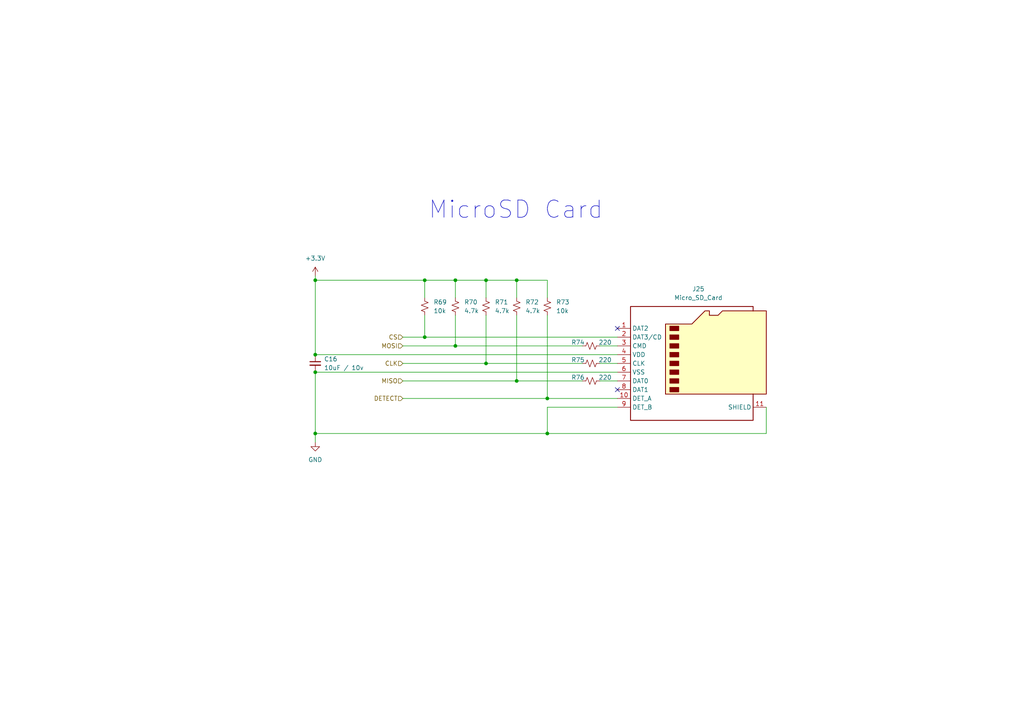
<source format=kicad_sch>
(kicad_sch (version 20250114) (generator "eeschema") (generator_version "9.0")
  (paper "A4")
  (lib_symbols
    (symbol "Connector:Micro_SD_Card_Det_Hirose_DM3AT"
      (property "Reference" "J" (at -16.51 17.78 0))
      (property "Value" "Micro_SD_Card_Det_Hirose_DM3AT" (at 16.51 17.78 0))
      (symbol "Micro_SD_Card_Det_Hirose_DM3AT_0_1"
        (polyline (pts (xy -8.89 -8.89) (xy -8.89 11.43) (xy -1.27 11.43) (xy 2.54 15.24) (xy 3.81 15.24) (xy 3.81 13.97) (xy 6.35 13.97) (xy 7.62 15.24) (xy 20.32 15.24) (xy 20.32 -8.89) (xy -8.89 -8.89)) (stroke (width 0.254)) (fill (type background)))
        (rectangle (start -7.62 10.795) (end -5.08 9.525) (stroke (width 0.254)) (fill (type outline)))
        (rectangle (start -7.62 8.255) (end -5.08 6.985) (stroke (width 0.254)) (fill (type outline)))
        (rectangle (start -7.62 5.715) (end -5.08 4.445) (stroke (width 0.254)) (fill (type outline)))
        (rectangle (start -7.62 3.175) (end -5.08 1.905) (stroke (width 0.254)) (fill (type outline)))
        (rectangle (start -7.62 0.635) (end -5.08 -0.635) (stroke (width 0.254)) (fill (type outline)))
        (rectangle (start -7.62 -1.905) (end -5.08 -3.175) (stroke (width 0.254)) (fill (type outline)))
        (rectangle (start -7.62 -4.445) (end -5.08 -5.715) (stroke (width 0.254)) (fill (type outline)))
        (rectangle (start -7.62 -6.985) (end -5.08 -8.255) (stroke (width 0.254)) (fill (type outline)))
        (polyline (pts (xy 16.51 15.24) (xy 16.51 16.51) (xy -19.05 16.51) (xy -19.05 -16.51) (xy 16.51 -16.51) (xy 16.51 -8.89)) (stroke (width 0.254)))
      )
      (symbol "Micro_SD_Card_Det_Hirose_DM3AT_1_1"
        (pin bidirectional line (at -22.86 10.16 0) (length 3.81) (name "DAT2") (number "1"))
        (pin bidirectional line (at -22.86 7.62 0) (length 3.81) (name "DAT3/CD") (number "2"))
        (pin input line (at -22.86 5.08 0) (length 3.81) (name "CMD") (number "3"))
        (pin power_in line (at -22.86 2.54 0) (length 3.81) (name "VDD") (number "4"))
        (pin input line (at -22.86 0 0) (length 3.81) (name "CLK") (number "5"))
        (pin power_in line (at -22.86 -2.54 0) (length 3.81) (name "VSS") (number "6"))
        (pin bidirectional line (at -22.86 -5.08 0) (length 3.81) (name "DAT0") (number "7"))
        (pin bidirectional line (at -22.86 -7.62 0) (length 3.81) (name "DAT1") (number "8"))
        (pin passive line (at -22.86 -10.16 0) (length 3.81) (name "DET_A") (number "10"))
        (pin passive line (at -22.86 -12.7 0) (length 3.81) (name "DET_B") (number "9"))
        (pin passive line (at 20.32 -12.7 180) (length 3.81) (name "SHIELD") (number "11"))
      )
    )
    (symbol "Device:C_Small" (pin_numbers (hide yes)) (pin_names (offset 0.254) (hide yes))
      (property "Reference" "C" (at 0.254 1.778 0))
      (property "Value" "C_Small" (at 0.254 -2.032 0))
      (symbol "C_Small_0_1"
        (polyline (pts (xy -1.524 0.508) (xy 1.524 0.508)) (stroke (width 0.3048)))
        (polyline (pts (xy -1.524 -0.508) (xy 1.524 -0.508)) (stroke (width 0.3302)))
      )
      (symbol "C_Small_1_1"
        (pin passive line (at 0 2.54 270) (length 2.032) (name "~") (number "1"))
        (pin passive line (at 0 -2.54 90) (length 2.032) (name "~") (number "2"))
      )
    )
    (symbol "Device:R_Small_US" (pin_numbers (hide yes)) (pin_names (offset 0.254) (hide yes))
      (property "Reference" "R" (at 0.762 0.508 0))
      (property "Value" "R_Small_US" (at 0.762 -1.016 0))
      (symbol "R_Small_US_1_1"
        (polyline (pts (xy 0 1.524) (xy 1.016 1.143) (xy 0 0.762) (xy -1.016 0.381) (xy 0 0)))
        (polyline (pts (xy 0 0) (xy 1.016 -0.381) (xy 0 -0.762) (xy -1.016 -1.143) (xy 0 -1.524)))
        (pin passive line (at 0 2.54 270) (length 1.016) (name "~") (number "1"))
        (pin passive line (at 0 -2.54 90) (length 1.016) (name "~") (number "2"))
      )
    )
    (symbol "power:+3.3V" (power) (pin_numbers (hide yes)) (pin_names (offset 0) (hide yes))
      (property "Value" "+3.3V" (at 0 3.556 0))
      (symbol "+3.3V_0_1"
        (polyline (pts (xy -0.762 1.27) (xy 0 2.54)))
        (polyline (pts (xy 0 2.54) (xy 0.762 1.27)))
        (polyline (pts (xy 0 0) (xy 0 2.54)))
      )
      (symbol "+3.3V_1_1"
        (pin power_in line (at 0 0 90) (length 0) (name "~") (number "1"))
      )
    )
    (symbol "power:GND" (power) (pin_numbers (hide yes)) (pin_names (offset 0) (hide yes))
      (property "Value" "GND" (at 0 -3.81 0))
      (symbol "GND_0_1"
        (polyline (pts (xy 0 0) (xy 0 -1.27) (xy 1.27 -1.27) (xy 0 -2.54) (xy -1.27 -1.27) (xy 0 -1.27)))
      )
      (symbol "GND_1_1"
        (pin power_in line (at 0 0 270) (length 0) (name "~") (number "1"))
      )
    )
  )
  (text "MicroSD Card" (at 149.606 60.96 0) (effects (font (size 5 5))))
  (junction (at 91.44 102.87))
  (junction (at 91.44 125.73))
  (junction (at 149.86 110.49))
  (junction (at 123.19 97.79))
  (junction (at 140.97 81.28))
  (junction (at 132.08 100.33))
  (junction (at 140.97 105.41))
  (junction (at 91.44 81.28))
  (junction (at 158.75 115.57))
  (junction (at 123.19 81.28))
  (junction (at 149.86 81.28))
  (junction (at 91.44 107.95))
  (junction (at 132.08 81.28))
  (junction (at 158.75 125.73))
  (no_connect (at 179.07 95.25))
  (no_connect (at 179.07 113.03))
  (wire (pts (xy 149.86 86.36) (xy 149.86 81.28)))
  (wire (pts (xy 123.19 91.44) (xy 123.19 97.79)))
  (wire (pts (xy 173.99 105.41) (xy 179.07 105.41)))
  (wire (pts (xy 179.07 107.95) (xy 91.44 107.95)))
  (wire (pts (xy 132.08 86.36) (xy 132.08 81.28)))
  (wire (pts (xy 132.08 81.28) (xy 123.19 81.28)))
  (wire (pts (xy 116.84 115.57) (xy 158.75 115.57)))
  (wire (pts (xy 140.97 86.36) (xy 140.97 81.28)))
  (wire (pts (xy 158.75 81.28) (xy 149.86 81.28)))
  (wire (pts (xy 173.99 100.33) (xy 179.07 100.33)))
  (wire (pts (xy 116.84 97.79) (xy 123.19 97.79)))
  (wire (pts (xy 91.44 125.73) (xy 91.44 128.27)))
  (wire (pts (xy 116.84 100.33) (xy 132.08 100.33)))
  (wire (pts (xy 91.44 81.28) (xy 123.19 81.28)))
  (wire (pts (xy 158.75 91.44) (xy 158.75 115.57)))
  (wire (pts (xy 149.86 110.49) (xy 168.91 110.49)))
  (wire (pts (xy 132.08 100.33) (xy 168.91 100.33)))
  (wire (pts (xy 140.97 105.41) (xy 168.91 105.41)))
  (wire (pts (xy 158.75 118.11) (xy 179.07 118.11)))
  (wire (pts (xy 222.25 118.11) (xy 222.25 125.73)))
  (wire (pts (xy 91.44 125.73) (xy 158.75 125.73)))
  (wire (pts (xy 158.75 115.57) (xy 179.07 115.57)))
  (wire (pts (xy 158.75 118.11) (xy 158.75 125.73)))
  (wire (pts (xy 123.19 97.79) (xy 179.07 97.79)))
  (wire (pts (xy 158.75 81.28) (xy 158.75 86.36)))
  (wire (pts (xy 140.97 81.28) (xy 132.08 81.28)))
  (wire (pts (xy 91.44 81.28) (xy 91.44 80.01)))
  (wire (pts (xy 116.84 105.41) (xy 140.97 105.41)))
  (wire (pts (xy 123.19 81.28) (xy 123.19 86.36)))
  (wire (pts (xy 91.44 107.95) (xy 91.44 125.73)))
  (wire (pts (xy 149.86 91.44) (xy 149.86 110.49)))
  (wire (pts (xy 140.97 91.44) (xy 140.97 105.41)))
  (wire (pts (xy 149.86 81.28) (xy 140.97 81.28)))
  (wire (pts (xy 132.08 91.44) (xy 132.08 100.33)))
  (wire (pts (xy 173.99 110.49) (xy 179.07 110.49)))
  (wire (pts (xy 116.84 110.49) (xy 149.86 110.49)))
  (wire (pts (xy 179.07 102.87) (xy 91.44 102.87)))
  (wire (pts (xy 91.44 102.87) (xy 91.44 81.28)))
  (wire (pts (xy 158.75 125.73) (xy 222.25 125.73)))
  (hierarchical_label "MOSI" (shape input) (at 116.84 100.33 180))
  (hierarchical_label "CLK" (shape input) (at 116.84 105.41 180))
  (hierarchical_label "CS" (shape input) (at 116.84 97.79 180))
  (hierarchical_label "DETECT" (shape input) (at 116.84 115.57 180))
  (hierarchical_label "MISO" (shape input) (at 116.84 110.49 180))
  (symbol (lib_id "Device:R_Small_US") (at 171.45 100.33 270) (unit 1)
    (property "Reference" "R74" (at 167.64 99.314 90))
    (property "Value" "220" (at 175.514 99.314 90))
    (property "Footprint" "Resistor_SMD:R_0603_1608Metric" (effects (hide yes)))
    (property "LCSC" "C22962" (effects (hide yes)))
  )
  (symbol (lib_id "power:+3.3V") (at 91.44 80.01 0) (unit 1)
    (property "Reference" "#PWR0102" (effects (hide yes)))
    (property "Value" "+3.3V" (at 91.44 74.93 0))
    (property "Description" "Power symbol creates a global label with name \"+3.3V\"" (effects (hide yes)))
  )
  (symbol (lib_id "Connector:Micro_SD_Card_Det_Hirose_DM3AT") (at 201.93 105.41 0) (unit 1)
    (property "Reference" "J25" (at 202.565 83.82 0))
    (property "Value" "Micro_SD_Card" (at 202.565 86.36 0))
    (property "Footprint" "Connector_Card:microSD_HC_Hirose_DM3AT-SF-PEJM5" (effects (hide yes)))
    (property "Datasheet" "https://www.hirose.com/product/en/download_file/key_name/DM3/category/Catalog/doc_file_id/49662/?file_category_id=4&item_id=195&is_series=1" (effects (hide yes)))
    (property "Description" "Micro SD Card Socket with card detection pins" (effects (hide yes)))
    (property "LCSC" "C114218" (effects (hide yes)))
  )
  (symbol (lib_id "Device:R_Small_US") (at 171.45 105.41 270) (unit 1)
    (property "Reference" "R75" (at 167.64 104.394 90))
    (property "Value" "220" (at 175.514 104.394 90))
    (property "Footprint" "Resistor_SMD:R_0603_1608Metric" (effects (hide yes)))
    (property "LCSC" "C22962" (effects (hide yes)))
  )
  (symbol (lib_id "Device:R_Small_US") (at 123.19 88.9 180) (unit 1)
    (property "Reference" "R69" (at 125.73 87.6299 0) (effects (justify right)))
    (property "Value" "10k" (at 125.73 90.1699 0) (effects (justify right)))
    (property "Footprint" "Resistor_SMD:R_0603_1608Metric" (effects (hide yes)))
    (property "LCSC" "C25804" (effects (hide yes)))
  )
  (symbol (lib_id "Device:R_Small_US") (at 132.08 88.9 180) (unit 1)
    (property "Reference" "R70" (at 134.62 87.6299 0) (effects (justify right)))
    (property "Value" "4.7k" (at 134.62 90.1699 0) (effects (justify right)))
    (property "Footprint" "Resistor_SMD:R_0603_1608Metric" (effects (hide yes)))
    (property "LCSC" "C23162" (effects (hide yes)))
  )
  (symbol (lib_id "power:GND") (at 91.44 128.27 0) (unit 1)
    (property "Reference" "#PWR0103" (effects (hide yes)))
    (property "Value" "GND" (at 91.44 133.35 0))
    (property "Description" "Power symbol creates a global label with name \"GND\" , ground" (effects (hide yes)))
  )
  (symbol (lib_id "Device:R_Small_US") (at 140.97 88.9 180) (unit 1)
    (property "Reference" "R71" (at 143.51 87.6299 0) (effects (justify right)))
    (property "Value" "4.7k" (at 143.51 90.1699 0) (effects (justify right)))
    (property "Footprint" "Resistor_SMD:R_0603_1608Metric" (effects (hide yes)))
    (property "LCSC" "C23162" (effects (hide yes)))
  )
  (symbol (lib_id "Device:C_Small") (at 91.44 105.41 0) (unit 1)
    (property "Reference" "C16" (at 93.98 104.1463 0) (effects (justify left)))
    (property "Value" "10uF / 10v" (at 93.98 106.6863 0) (effects (justify left)))
    (property "Footprint" "Capacitor_SMD:C_0603_1608Metric" (effects (hide yes)))
    (property "LCSC" "C19702" (effects (hide yes)))
  )
  (symbol (lib_id "Device:R_Small_US") (at 171.45 110.49 270) (unit 1)
    (property "Reference" "R76" (at 167.64 109.474 90))
    (property "Value" "220" (at 175.514 109.474 90))
    (property "Footprint" "Resistor_SMD:R_0603_1608Metric" (effects (hide yes)))
    (property "LCSC" "C22962" (effects (hide yes)))
  )
  (symbol (lib_id "Device:R_Small_US") (at 149.86 88.9 180) (unit 1)
    (property "Reference" "R72" (at 152.4 87.6299 0) (effects (justify right)))
    (property "Value" "4.7k" (at 152.4 90.1699 0) (effects (justify right)))
    (property "Footprint" "Resistor_SMD:R_0603_1608Metric" (effects (hide yes)))
    (property "LCSC" "C23162" (effects (hide yes)))
  )
  (symbol (lib_id "Device:R_Small_US") (at 158.75 88.9 180) (unit 1)
    (property "Reference" "R73" (at 161.29 87.6299 0) (effects (justify right)))
    (property "Value" "10k" (at 161.29 90.1699 0) (effects (justify right)))
    (property "Footprint" "Resistor_SMD:R_0603_1608Metric" (effects (hide yes)))
    (property "LCSC" "C25804" (effects (hide yes)))
  )
)
</source>
